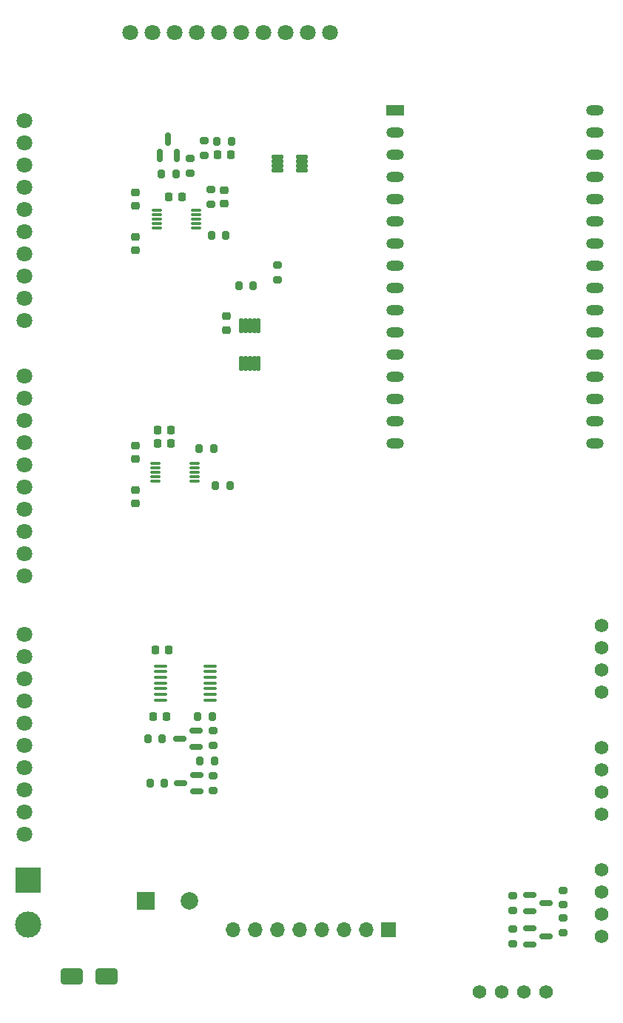
<source format=gbr>
%TF.GenerationSoftware,KiCad,Pcbnew,(7.0.0)*%
%TF.CreationDate,2024-01-24T13:48:02-03:00*%
%TF.ProjectId,Ducha,44756368-612e-46b6-9963-61645f706362,rev?*%
%TF.SameCoordinates,Original*%
%TF.FileFunction,Soldermask,Top*%
%TF.FilePolarity,Negative*%
%FSLAX46Y46*%
G04 Gerber Fmt 4.6, Leading zero omitted, Abs format (unit mm)*
G04 Created by KiCad (PCBNEW (7.0.0)) date 2024-01-24 13:48:02*
%MOMM*%
%LPD*%
G01*
G04 APERTURE LIST*
G04 Aperture macros list*
%AMRoundRect*
0 Rectangle with rounded corners*
0 $1 Rounding radius*
0 $2 $3 $4 $5 $6 $7 $8 $9 X,Y pos of 4 corners*
0 Add a 4 corners polygon primitive as box body*
4,1,4,$2,$3,$4,$5,$6,$7,$8,$9,$2,$3,0*
0 Add four circle primitives for the rounded corners*
1,1,$1+$1,$2,$3*
1,1,$1+$1,$4,$5*
1,1,$1+$1,$6,$7*
1,1,$1+$1,$8,$9*
0 Add four rect primitives between the rounded corners*
20,1,$1+$1,$2,$3,$4,$5,0*
20,1,$1+$1,$4,$5,$6,$7,0*
20,1,$1+$1,$6,$7,$8,$9,0*
20,1,$1+$1,$8,$9,$2,$3,0*%
G04 Aperture macros list end*
%ADD10RoundRect,0.200000X-0.275000X0.200000X-0.275000X-0.200000X0.275000X-0.200000X0.275000X0.200000X0*%
%ADD11RoundRect,0.225000X0.225000X0.250000X-0.225000X0.250000X-0.225000X-0.250000X0.225000X-0.250000X0*%
%ADD12RoundRect,0.225000X-0.225000X-0.250000X0.225000X-0.250000X0.225000X0.250000X-0.225000X0.250000X0*%
%ADD13RoundRect,0.150000X0.587500X0.150000X-0.587500X0.150000X-0.587500X-0.150000X0.587500X-0.150000X0*%
%ADD14RoundRect,0.200000X0.275000X-0.200000X0.275000X0.200000X-0.275000X0.200000X-0.275000X-0.200000X0*%
%ADD15RoundRect,0.100000X0.637500X0.100000X-0.637500X0.100000X-0.637500X-0.100000X0.637500X-0.100000X0*%
%ADD16RoundRect,0.200000X-0.200000X-0.275000X0.200000X-0.275000X0.200000X0.275000X-0.200000X0.275000X0*%
%ADD17RoundRect,0.225000X-0.250000X0.225000X-0.250000X-0.225000X0.250000X-0.225000X0.250000X0.225000X0*%
%ADD18RoundRect,0.150000X-0.587500X-0.150000X0.587500X-0.150000X0.587500X0.150000X-0.587500X0.150000X0*%
%ADD19C,1.803400*%
%ADD20RoundRect,0.225000X0.250000X-0.225000X0.250000X0.225000X-0.250000X0.225000X-0.250000X-0.225000X0*%
%ADD21RoundRect,0.200000X0.200000X0.275000X-0.200000X0.275000X-0.200000X-0.275000X0.200000X-0.275000X0*%
%ADD22C,1.574800*%
%ADD23RoundRect,0.150000X0.150000X-0.587500X0.150000X0.587500X-0.150000X0.587500X-0.150000X-0.587500X0*%
%ADD24R,2.000000X2.000000*%
%ADD25C,2.000000*%
%ADD26RoundRect,0.110100X-0.551900X-0.126900X0.551900X-0.126900X0.551900X0.126900X-0.551900X0.126900X0*%
%ADD27R,1.700000X1.700000*%
%ADD28O,1.700000X1.700000*%
%ADD29RoundRect,0.113200X0.128800X-0.723800X0.128800X0.723800X-0.128800X0.723800X-0.128800X-0.723800X0*%
%ADD30O,1.350000X0.299999*%
%ADD31R,2.000000X1.200000*%
%ADD32O,2.000000X1.200000*%
%ADD33R,3.000000X3.000000*%
%ADD34C,3.000000*%
%ADD35RoundRect,0.250000X1.000000X0.650000X-1.000000X0.650000X-1.000000X-0.650000X1.000000X-0.650000X0*%
G04 APERTURE END LIST*
D10*
%TO.C,R4*%
X76200000Y-126366000D03*
X76200000Y-128016000D03*
%TD*%
D11*
%TO.C,C7*%
X71400000Y-93472000D03*
X69850000Y-93472000D03*
%TD*%
D12*
%TO.C,C5*%
X69316000Y-124714000D03*
X70866000Y-124714000D03*
%TD*%
D13*
%TO.C,Q2*%
X74343500Y-133284000D03*
X74343500Y-131384000D03*
X72468500Y-132334000D03*
%TD*%
D14*
%TO.C,R15*%
X75946000Y-66103000D03*
X75946000Y-64453000D03*
%TD*%
D15*
%TO.C,U4*%
X75862100Y-122854000D03*
X75862100Y-122204000D03*
X75862100Y-121554000D03*
X75862100Y-120904000D03*
X75862100Y-120254000D03*
X75862100Y-119604000D03*
X75862100Y-118954000D03*
X70137100Y-118954000D03*
X70137100Y-119604000D03*
X70137100Y-120254000D03*
X70137100Y-120904000D03*
X70137100Y-121554000D03*
X70137100Y-122204000D03*
X70137100Y-122854000D03*
%TD*%
D16*
%TO.C,R14*%
X68962000Y-132334000D03*
X70612000Y-132334000D03*
%TD*%
D13*
%TO.C,Q1*%
X74265000Y-128204000D03*
X74265000Y-126304000D03*
X72390000Y-127254000D03*
%TD*%
D17*
%TO.C,C12*%
X77470000Y-64503000D03*
X77470000Y-66053000D03*
%TD*%
D18*
%TO.C,Q4*%
X112425000Y-145100000D03*
X112425000Y-147000000D03*
X114300000Y-146050000D03*
%TD*%
D17*
%TO.C,C2*%
X77724000Y-78968000D03*
X77724000Y-80518000D03*
%TD*%
D19*
%TO.C,J10*%
X54610000Y-115316000D03*
X54610000Y-117856000D03*
X54610000Y-120396000D03*
X54610000Y-122936000D03*
X54610000Y-125476000D03*
X54610000Y-128016000D03*
X54610000Y-130556000D03*
X54610000Y-133096000D03*
X54610000Y-135636000D03*
X54610000Y-138176000D03*
%TD*%
D20*
%TO.C,C10*%
X67310000Y-66307000D03*
X67310000Y-64757000D03*
%TD*%
D21*
%TO.C,R16*%
X80771000Y-75438000D03*
X79121000Y-75438000D03*
%TD*%
D22*
%TO.C,J4*%
X120650000Y-114300000D03*
X120650000Y-116840000D03*
X120650000Y-119380000D03*
X120650000Y-121920000D03*
%TD*%
D12*
%TO.C,C1*%
X76695000Y-60452000D03*
X78245000Y-60452000D03*
%TD*%
D21*
%TO.C,R11*%
X77660000Y-69723000D03*
X76010000Y-69723000D03*
%TD*%
D14*
%TO.C,R9*%
X75184000Y-60515000D03*
X75184000Y-58865000D03*
%TD*%
D16*
%TO.C,R3*%
X68708000Y-127254000D03*
X70358000Y-127254000D03*
%TD*%
D23*
%TO.C,Q5*%
X70109000Y-60579000D03*
X72009000Y-60579000D03*
X71059000Y-58704000D03*
%TD*%
D21*
%TO.C,R26*%
X76263000Y-94107000D03*
X74613000Y-94107000D03*
%TD*%
D14*
%TO.C,R2*%
X116205000Y-149415000D03*
X116205000Y-147765000D03*
%TD*%
D22*
%TO.C,J5*%
X120650000Y-128270000D03*
X120650000Y-130810000D03*
X120650000Y-133350000D03*
X120650000Y-135890000D03*
%TD*%
D14*
%TO.C,R6*%
X110490000Y-146875000D03*
X110490000Y-145225000D03*
%TD*%
%TO.C,R17*%
X83566000Y-74739000D03*
X83566000Y-73089000D03*
%TD*%
D24*
%TO.C,C14*%
X68498322Y-145795999D03*
D25*
X73498323Y-145796000D03*
%TD*%
D18*
%TO.C,Q3*%
X112425000Y-148910000D03*
X112425000Y-150810000D03*
X114300000Y-149860000D03*
%TD*%
D26*
%TO.C,U6*%
X83550000Y-60730000D03*
X83550000Y-61230000D03*
X83550000Y-61730000D03*
X83550000Y-62230000D03*
X86360000Y-62230000D03*
X86360000Y-61730000D03*
X86360000Y-61230000D03*
X86360000Y-60730000D03*
%TD*%
D27*
%TO.C,J3*%
X96265999Y-149097999D03*
D28*
X93725999Y-149097999D03*
X91185999Y-149097999D03*
X88645999Y-149097999D03*
X86105999Y-149097999D03*
X83565999Y-149097999D03*
X81025999Y-149097999D03*
X78485999Y-149097999D03*
%TD*%
D19*
%TO.C,J1*%
X66675000Y-46482000D03*
X69215000Y-46482000D03*
X71755000Y-46482000D03*
X74295000Y-46482000D03*
X76835000Y-46482000D03*
X79375000Y-46482000D03*
X81915000Y-46482000D03*
X84455000Y-46482000D03*
X86995000Y-46482000D03*
X89535000Y-46482000D03*
%TD*%
D10*
%TO.C,R13*%
X76200000Y-131509000D03*
X76200000Y-133159000D03*
%TD*%
D19*
%TO.C,J7*%
X54610000Y-56540400D03*
X54610000Y-59080400D03*
X54610000Y-61620400D03*
X54610000Y-64160400D03*
X54610000Y-66700400D03*
X54610000Y-69240400D03*
X54610000Y-71780400D03*
X54610000Y-74320400D03*
X54610000Y-76860400D03*
X54610000Y-79400400D03*
%TD*%
D29*
%TO.C,U5*%
X79384000Y-84342000D03*
X79884000Y-84342000D03*
X80384000Y-84342000D03*
X80884000Y-84342000D03*
X81384000Y-84342000D03*
X81384000Y-80042000D03*
X80884000Y-80042000D03*
X80384000Y-80042000D03*
X79884000Y-80042000D03*
X79384000Y-80042000D03*
%TD*%
D14*
%TO.C,R1*%
X110490000Y-150685000D03*
X110490000Y-149035000D03*
%TD*%
D11*
%TO.C,C3*%
X71400000Y-91948000D03*
X69850000Y-91948000D03*
%TD*%
D14*
%TO.C,R7*%
X116205000Y-146240000D03*
X116205000Y-144590000D03*
%TD*%
%TO.C,R18*%
X73599000Y-62561500D03*
X73599000Y-60911500D03*
%TD*%
D17*
%TO.C,C11*%
X67310000Y-69837000D03*
X67310000Y-71387000D03*
%TD*%
D21*
%TO.C,R8*%
X78105000Y-98298000D03*
X76455000Y-98298000D03*
%TD*%
%TO.C,R12*%
X76326000Y-129794000D03*
X74676000Y-129794000D03*
%TD*%
D20*
%TO.C,C6*%
X67310000Y-95263000D03*
X67310000Y-93713000D03*
%TD*%
D30*
%TO.C,U3*%
X69784000Y-66817998D03*
X69784000Y-67317997D03*
X69784000Y-67817999D03*
X69784000Y-68317998D03*
X69784000Y-68818000D03*
X74234001Y-68818000D03*
X74234001Y-68317998D03*
X74234001Y-67817999D03*
X74234001Y-67317997D03*
X74234001Y-66817998D03*
%TD*%
D16*
%TO.C,R10*%
X76645000Y-58928000D03*
X78295000Y-58928000D03*
%TD*%
D31*
%TO.C,U1*%
X97027999Y-55371999D03*
D32*
X97027999Y-57911999D03*
X97027999Y-60451999D03*
X97027999Y-62991999D03*
X97027999Y-65531999D03*
X97027999Y-68071999D03*
X97027999Y-70611999D03*
X97027999Y-73151999D03*
X97027999Y-75691999D03*
X97027999Y-78231999D03*
X97027999Y-80771999D03*
X97027999Y-83311999D03*
X97027999Y-85851999D03*
X97027999Y-88391999D03*
X97027999Y-90931999D03*
X97027999Y-93471999D03*
X119887999Y-93471999D03*
X119887999Y-90931999D03*
X119887999Y-88391999D03*
X119887999Y-85851999D03*
X119887999Y-83311999D03*
X119887999Y-80771999D03*
X119887999Y-78231999D03*
X119887999Y-75691999D03*
X119887999Y-73151999D03*
X119887999Y-70611999D03*
X119887999Y-68071999D03*
X119887999Y-65531999D03*
X119887999Y-62991999D03*
X119887999Y-60451999D03*
X119887999Y-57911999D03*
X119887999Y-55371999D03*
%TD*%
D17*
%TO.C,C4*%
X67310000Y-98806000D03*
X67310000Y-100356000D03*
%TD*%
D21*
%TO.C,R5*%
X76072000Y-124714000D03*
X74422000Y-124714000D03*
%TD*%
D33*
%TO.C,J9*%
X54999999Y-143459999D03*
D34*
X55000000Y-148540000D03*
%TD*%
D22*
%TO.C,J8*%
X120650000Y-142240000D03*
X120650000Y-144780000D03*
X120650000Y-147320000D03*
X120650000Y-149860000D03*
%TD*%
D35*
%TO.C,D1*%
X63976000Y-154432000D03*
X59976000Y-154432000D03*
%TD*%
D21*
%TO.C,R19*%
X71947000Y-62689500D03*
X70297000Y-62689500D03*
%TD*%
D22*
%TO.C,J6*%
X114300000Y-156210000D03*
X111760000Y-156210000D03*
X109220000Y-156210000D03*
X106680000Y-156210000D03*
%TD*%
D30*
%TO.C,U2*%
X69590998Y-95781999D03*
X69590998Y-96281998D03*
X69590998Y-96782000D03*
X69590998Y-97281999D03*
X69590998Y-97782001D03*
X74040999Y-97782001D03*
X74040999Y-97281999D03*
X74040999Y-96782000D03*
X74040999Y-96281998D03*
X74040999Y-95781999D03*
%TD*%
D19*
%TO.C,J2*%
X54610000Y-85750400D03*
X54610000Y-88290400D03*
X54610000Y-90830400D03*
X54610000Y-93370400D03*
X54610000Y-95910400D03*
X54610000Y-98450400D03*
X54610000Y-100990400D03*
X54610000Y-103530400D03*
X54610000Y-106070400D03*
X54610000Y-108610400D03*
%TD*%
D12*
%TO.C,C8*%
X69570000Y-117094000D03*
X71120000Y-117094000D03*
%TD*%
D11*
%TO.C,C13*%
X72657000Y-65278000D03*
X71107000Y-65278000D03*
%TD*%
M02*

</source>
